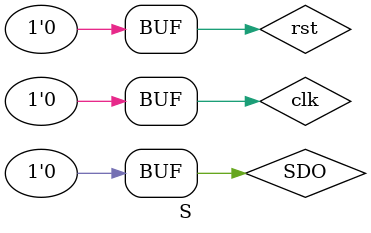
<source format=v>
`timescale 1ns / 1ps


module S;

	// Inputs
	reg clk;
	reg rst;
	reg SDO;

	// Outputs
	wire CS;
	wire SCK;
	wire [7:0] data;
	wire [7:0] DISPLAY;
	wire [3:0] AN;

	// Instantiate the Unit Under Test (UUT)
	SPI_ctrl_ALS uut (
		.clk(clk), 
		.rst(rst), 
		.CS(CS), 
		.SDO(SDO), 
		.SCK(SCK), 
		.data(data), 
		.DISPLAY(DISPLAY), 
		.AN(AN)
	);

	initial begin
		// Initialize Inputs
		clk = 0;
		rst = 0;
		SDO = 0;

		// Wait 100 ns for global reset to finish
		#100;
        
		// Add stimulus here

	end
      
endmodule


</source>
